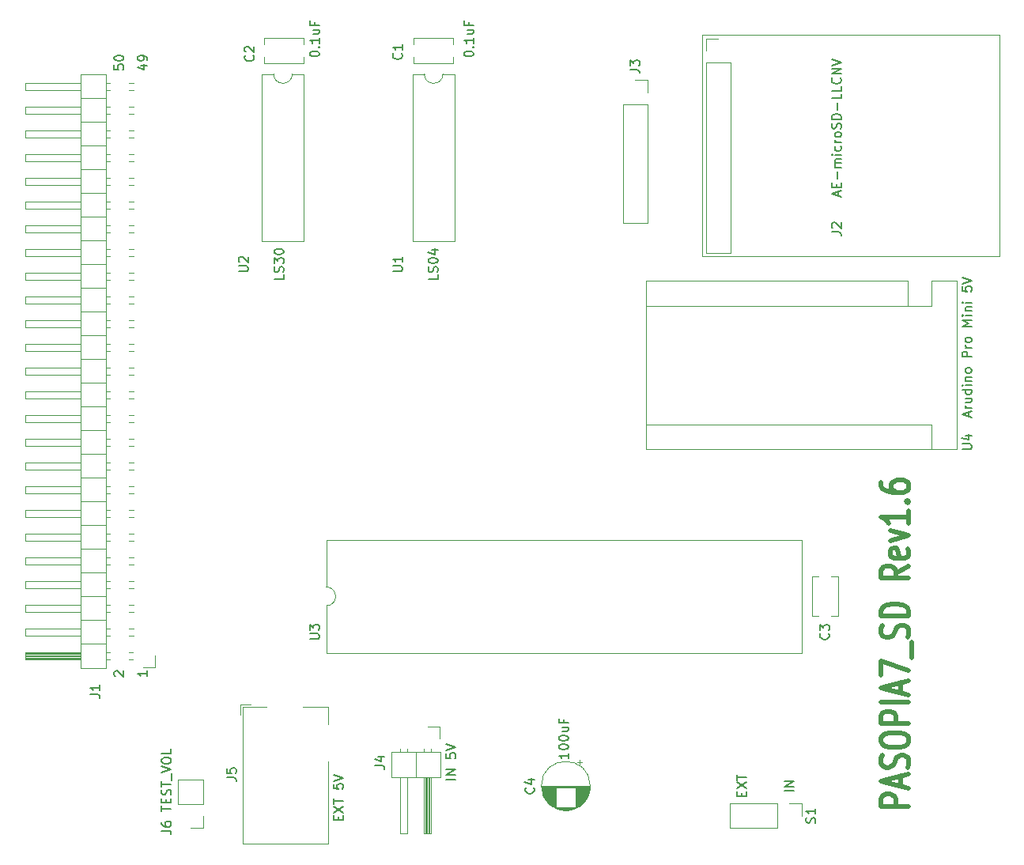
<source format=gto>
G04 #@! TF.GenerationSoftware,KiCad,Pcbnew,(5.1.9)-1*
G04 #@! TF.CreationDate,2025-08-03T17:35:04+09:00*
G04 #@! TF.ProjectId,PASOPIA7_SD,5041534f-5049-4413-975f-53442e6b6963,rev?*
G04 #@! TF.SameCoordinates,PX53920b0PY93c3260*
G04 #@! TF.FileFunction,Legend,Top*
G04 #@! TF.FilePolarity,Positive*
%FSLAX46Y46*%
G04 Gerber Fmt 4.6, Leading zero omitted, Abs format (unit mm)*
G04 Created by KiCad (PCBNEW (5.1.9)-1) date 2025-08-03 17:35:04*
%MOMM*%
%LPD*%
G01*
G04 APERTURE LIST*
%ADD10C,0.150000*%
%ADD11C,0.500000*%
%ADD12C,0.120000*%
G04 APERTURE END LIST*
D10*
X10247380Y3651667D02*
X10247380Y4223096D01*
X11247380Y3937381D02*
X10247380Y3937381D01*
X10723571Y4556429D02*
X10723571Y4889762D01*
X11247380Y5032620D02*
X11247380Y4556429D01*
X10247380Y4556429D01*
X10247380Y5032620D01*
X11199761Y5413572D02*
X11247380Y5556429D01*
X11247380Y5794524D01*
X11199761Y5889762D01*
X11152142Y5937381D01*
X11056904Y5985000D01*
X10961666Y5985000D01*
X10866428Y5937381D01*
X10818809Y5889762D01*
X10771190Y5794524D01*
X10723571Y5604048D01*
X10675952Y5508810D01*
X10628333Y5461191D01*
X10533095Y5413572D01*
X10437857Y5413572D01*
X10342619Y5461191D01*
X10295000Y5508810D01*
X10247380Y5604048D01*
X10247380Y5842143D01*
X10295000Y5985000D01*
X10247380Y6270715D02*
X10247380Y6842143D01*
X11247380Y6556429D02*
X10247380Y6556429D01*
X11342619Y6937381D02*
X11342619Y7699286D01*
X10247380Y7794524D02*
X11247380Y8127858D01*
X10247380Y8461191D01*
X10247380Y8985000D02*
X10247380Y9175477D01*
X10295000Y9270715D01*
X10390238Y9365953D01*
X10580714Y9413572D01*
X10914047Y9413572D01*
X11104523Y9365953D01*
X11199761Y9270715D01*
X11247380Y9175477D01*
X11247380Y8985000D01*
X11199761Y8889762D01*
X11104523Y8794524D01*
X10914047Y8746905D01*
X10580714Y8746905D01*
X10390238Y8794524D01*
X10295000Y8889762D01*
X10247380Y8985000D01*
X11247380Y10318334D02*
X11247380Y9842143D01*
X10247380Y9842143D01*
X8040714Y83534286D02*
X8707380Y83534286D01*
X7659761Y83296191D02*
X8374047Y83058096D01*
X8374047Y83677143D01*
X8707380Y84105715D02*
X8707380Y84296191D01*
X8659761Y84391429D01*
X8612142Y84439048D01*
X8469285Y84534286D01*
X8278809Y84581905D01*
X7897857Y84581905D01*
X7802619Y84534286D01*
X7755000Y84486667D01*
X7707380Y84391429D01*
X7707380Y84200953D01*
X7755000Y84105715D01*
X7802619Y84058096D01*
X7897857Y84010477D01*
X8135952Y84010477D01*
X8231190Y84058096D01*
X8278809Y84105715D01*
X8326428Y84200953D01*
X8326428Y84391429D01*
X8278809Y84486667D01*
X8231190Y84534286D01*
X8135952Y84581905D01*
X5167380Y83581905D02*
X5167380Y83105715D01*
X5643571Y83058096D01*
X5595952Y83105715D01*
X5548333Y83200953D01*
X5548333Y83439048D01*
X5595952Y83534286D01*
X5643571Y83581905D01*
X5738809Y83629524D01*
X5976904Y83629524D01*
X6072142Y83581905D01*
X6119761Y83534286D01*
X6167380Y83439048D01*
X6167380Y83200953D01*
X6119761Y83105715D01*
X6072142Y83058096D01*
X5167380Y84248572D02*
X5167380Y84343810D01*
X5215000Y84439048D01*
X5262619Y84486667D01*
X5357857Y84534286D01*
X5548333Y84581905D01*
X5786428Y84581905D01*
X5976904Y84534286D01*
X6072142Y84486667D01*
X6119761Y84439048D01*
X6167380Y84343810D01*
X6167380Y84248572D01*
X6119761Y84153334D01*
X6072142Y84105715D01*
X5976904Y84058096D01*
X5786428Y84010477D01*
X5548333Y84010477D01*
X5357857Y84058096D01*
X5262619Y84105715D01*
X5215000Y84153334D01*
X5167380Y84248572D01*
X5262619Y18129286D02*
X5215000Y18176905D01*
X5167380Y18272143D01*
X5167380Y18510239D01*
X5215000Y18605477D01*
X5262619Y18653096D01*
X5357857Y18700715D01*
X5453095Y18700715D01*
X5595952Y18653096D01*
X6167380Y18081667D01*
X6167380Y18700715D01*
X8707380Y18700715D02*
X8707380Y18129286D01*
X8707380Y18415000D02*
X7707380Y18415000D01*
X7850238Y18319762D01*
X7945476Y18224524D01*
X7993095Y18129286D01*
X39822380Y61110953D02*
X39822380Y60634762D01*
X38822380Y60634762D01*
X39774761Y61396667D02*
X39822380Y61539524D01*
X39822380Y61777620D01*
X39774761Y61872858D01*
X39727142Y61920477D01*
X39631904Y61968096D01*
X39536666Y61968096D01*
X39441428Y61920477D01*
X39393809Y61872858D01*
X39346190Y61777620D01*
X39298571Y61587143D01*
X39250952Y61491905D01*
X39203333Y61444286D01*
X39108095Y61396667D01*
X39012857Y61396667D01*
X38917619Y61444286D01*
X38870000Y61491905D01*
X38822380Y61587143D01*
X38822380Y61825239D01*
X38870000Y61968096D01*
X38822380Y62587143D02*
X38822380Y62682381D01*
X38870000Y62777620D01*
X38917619Y62825239D01*
X39012857Y62872858D01*
X39203333Y62920477D01*
X39441428Y62920477D01*
X39631904Y62872858D01*
X39727142Y62825239D01*
X39774761Y62777620D01*
X39822380Y62682381D01*
X39822380Y62587143D01*
X39774761Y62491905D01*
X39727142Y62444286D01*
X39631904Y62396667D01*
X39441428Y62349048D01*
X39203333Y62349048D01*
X39012857Y62396667D01*
X38917619Y62444286D01*
X38870000Y62491905D01*
X38822380Y62587143D01*
X39155714Y63777620D02*
X39822380Y63777620D01*
X38774761Y63539524D02*
X39489047Y63301429D01*
X39489047Y63920477D01*
X96686666Y45935239D02*
X96686666Y46411429D01*
X96972380Y45840000D02*
X95972380Y46173334D01*
X96972380Y46506667D01*
X96972380Y46840000D02*
X96305714Y46840000D01*
X96496190Y46840000D02*
X96400952Y46887620D01*
X96353333Y46935239D01*
X96305714Y47030477D01*
X96305714Y47125715D01*
X96305714Y47887620D02*
X96972380Y47887620D01*
X96305714Y47459048D02*
X96829523Y47459048D01*
X96924761Y47506667D01*
X96972380Y47601905D01*
X96972380Y47744762D01*
X96924761Y47840000D01*
X96877142Y47887620D01*
X96972380Y48792381D02*
X95972380Y48792381D01*
X96924761Y48792381D02*
X96972380Y48697143D01*
X96972380Y48506667D01*
X96924761Y48411429D01*
X96877142Y48363810D01*
X96781904Y48316191D01*
X96496190Y48316191D01*
X96400952Y48363810D01*
X96353333Y48411429D01*
X96305714Y48506667D01*
X96305714Y48697143D01*
X96353333Y48792381D01*
X96972380Y49268572D02*
X96305714Y49268572D01*
X95972380Y49268572D02*
X96020000Y49220953D01*
X96067619Y49268572D01*
X96020000Y49316191D01*
X95972380Y49268572D01*
X96067619Y49268572D01*
X96305714Y49744762D02*
X96972380Y49744762D01*
X96400952Y49744762D02*
X96353333Y49792381D01*
X96305714Y49887620D01*
X96305714Y50030477D01*
X96353333Y50125715D01*
X96448571Y50173334D01*
X96972380Y50173334D01*
X96972380Y50792381D02*
X96924761Y50697143D01*
X96877142Y50649524D01*
X96781904Y50601905D01*
X96496190Y50601905D01*
X96400952Y50649524D01*
X96353333Y50697143D01*
X96305714Y50792381D01*
X96305714Y50935239D01*
X96353333Y51030477D01*
X96400952Y51078096D01*
X96496190Y51125715D01*
X96781904Y51125715D01*
X96877142Y51078096D01*
X96924761Y51030477D01*
X96972380Y50935239D01*
X96972380Y50792381D01*
X96972380Y52316191D02*
X95972380Y52316191D01*
X95972380Y52697143D01*
X96020000Y52792381D01*
X96067619Y52840000D01*
X96162857Y52887620D01*
X96305714Y52887620D01*
X96400952Y52840000D01*
X96448571Y52792381D01*
X96496190Y52697143D01*
X96496190Y52316191D01*
X96972380Y53316191D02*
X96305714Y53316191D01*
X96496190Y53316191D02*
X96400952Y53363810D01*
X96353333Y53411429D01*
X96305714Y53506667D01*
X96305714Y53601905D01*
X96972380Y54078096D02*
X96924761Y53982858D01*
X96877142Y53935239D01*
X96781904Y53887620D01*
X96496190Y53887620D01*
X96400952Y53935239D01*
X96353333Y53982858D01*
X96305714Y54078096D01*
X96305714Y54220953D01*
X96353333Y54316191D01*
X96400952Y54363810D01*
X96496190Y54411429D01*
X96781904Y54411429D01*
X96877142Y54363810D01*
X96924761Y54316191D01*
X96972380Y54220953D01*
X96972380Y54078096D01*
X96972380Y55601905D02*
X95972380Y55601905D01*
X96686666Y55935239D01*
X95972380Y56268572D01*
X96972380Y56268572D01*
X96972380Y56744762D02*
X96305714Y56744762D01*
X95972380Y56744762D02*
X96020000Y56697143D01*
X96067619Y56744762D01*
X96020000Y56792381D01*
X95972380Y56744762D01*
X96067619Y56744762D01*
X96305714Y57220953D02*
X96972380Y57220953D01*
X96400952Y57220953D02*
X96353333Y57268572D01*
X96305714Y57363810D01*
X96305714Y57506667D01*
X96353333Y57601905D01*
X96448571Y57649524D01*
X96972380Y57649524D01*
X96972380Y58125715D02*
X96305714Y58125715D01*
X95972380Y58125715D02*
X96020000Y58078096D01*
X96067619Y58125715D01*
X96020000Y58173334D01*
X95972380Y58125715D01*
X96067619Y58125715D01*
X95972380Y59840000D02*
X95972380Y59363810D01*
X96448571Y59316191D01*
X96400952Y59363810D01*
X96353333Y59459048D01*
X96353333Y59697143D01*
X96400952Y59792381D01*
X96448571Y59840000D01*
X96543809Y59887620D01*
X96781904Y59887620D01*
X96877142Y59840000D01*
X96924761Y59792381D01*
X96972380Y59697143D01*
X96972380Y59459048D01*
X96924761Y59363810D01*
X96877142Y59316191D01*
X95972380Y60173334D02*
X96972380Y60506667D01*
X95972380Y60840000D01*
X77922380Y5826191D02*
X76922380Y5826191D01*
X77922380Y6302381D02*
X76922380Y6302381D01*
X77922380Y6873810D01*
X76922380Y6873810D01*
X72318571Y5278572D02*
X72318571Y5611905D01*
X72842380Y5754762D02*
X72842380Y5278572D01*
X71842380Y5278572D01*
X71842380Y5754762D01*
X71842380Y6088096D02*
X72842380Y6754762D01*
X71842380Y6754762D02*
X72842380Y6088096D01*
X71842380Y6992858D02*
X71842380Y7564286D01*
X72842380Y7278572D02*
X71842380Y7278572D01*
X29138571Y2722858D02*
X29138571Y3056191D01*
X29662380Y3199048D02*
X29662380Y2722858D01*
X28662380Y2722858D01*
X28662380Y3199048D01*
X28662380Y3532381D02*
X29662380Y4199048D01*
X28662380Y4199048D02*
X29662380Y3532381D01*
X28662380Y4437143D02*
X28662380Y5008572D01*
X29662380Y4722858D02*
X28662380Y4722858D01*
X28662380Y6580000D02*
X28662380Y6103810D01*
X29138571Y6056191D01*
X29090952Y6103810D01*
X29043333Y6199048D01*
X29043333Y6437143D01*
X29090952Y6532381D01*
X29138571Y6580000D01*
X29233809Y6627620D01*
X29471904Y6627620D01*
X29567142Y6580000D01*
X29614761Y6532381D01*
X29662380Y6437143D01*
X29662380Y6199048D01*
X29614761Y6103810D01*
X29567142Y6056191D01*
X28662380Y6913334D02*
X29662380Y7246667D01*
X28662380Y7580000D01*
X41727380Y7080477D02*
X40727380Y7080477D01*
X41727380Y7556667D02*
X40727380Y7556667D01*
X41727380Y8128096D01*
X40727380Y8128096D01*
X40727380Y9842381D02*
X40727380Y9366191D01*
X41203571Y9318572D01*
X41155952Y9366191D01*
X41108333Y9461429D01*
X41108333Y9699524D01*
X41155952Y9794762D01*
X41203571Y9842381D01*
X41298809Y9890000D01*
X41536904Y9890000D01*
X41632142Y9842381D01*
X41679761Y9794762D01*
X41727380Y9699524D01*
X41727380Y9461429D01*
X41679761Y9366191D01*
X41632142Y9318572D01*
X40727380Y10175715D02*
X41727380Y10509048D01*
X40727380Y10842381D01*
X53792380Y9882381D02*
X53792380Y9310953D01*
X53792380Y9596667D02*
X52792380Y9596667D01*
X52935238Y9501429D01*
X53030476Y9406191D01*
X53078095Y9310953D01*
X52792380Y10501429D02*
X52792380Y10596667D01*
X52840000Y10691905D01*
X52887619Y10739524D01*
X52982857Y10787143D01*
X53173333Y10834762D01*
X53411428Y10834762D01*
X53601904Y10787143D01*
X53697142Y10739524D01*
X53744761Y10691905D01*
X53792380Y10596667D01*
X53792380Y10501429D01*
X53744761Y10406191D01*
X53697142Y10358572D01*
X53601904Y10310953D01*
X53411428Y10263334D01*
X53173333Y10263334D01*
X52982857Y10310953D01*
X52887619Y10358572D01*
X52840000Y10406191D01*
X52792380Y10501429D01*
X52792380Y11453810D02*
X52792380Y11549048D01*
X52840000Y11644286D01*
X52887619Y11691905D01*
X52982857Y11739524D01*
X53173333Y11787143D01*
X53411428Y11787143D01*
X53601904Y11739524D01*
X53697142Y11691905D01*
X53744761Y11644286D01*
X53792380Y11549048D01*
X53792380Y11453810D01*
X53744761Y11358572D01*
X53697142Y11310953D01*
X53601904Y11263334D01*
X53411428Y11215715D01*
X53173333Y11215715D01*
X52982857Y11263334D01*
X52887619Y11310953D01*
X52840000Y11358572D01*
X52792380Y11453810D01*
X53125714Y12644286D02*
X53792380Y12644286D01*
X53125714Y12215715D02*
X53649523Y12215715D01*
X53744761Y12263334D01*
X53792380Y12358572D01*
X53792380Y12501429D01*
X53744761Y12596667D01*
X53697142Y12644286D01*
X53268571Y13453810D02*
X53268571Y13120477D01*
X53792380Y13120477D02*
X52792380Y13120477D01*
X52792380Y13596667D01*
X42632380Y84717143D02*
X42632380Y84812381D01*
X42680000Y84907620D01*
X42727619Y84955239D01*
X42822857Y85002858D01*
X43013333Y85050477D01*
X43251428Y85050477D01*
X43441904Y85002858D01*
X43537142Y84955239D01*
X43584761Y84907620D01*
X43632380Y84812381D01*
X43632380Y84717143D01*
X43584761Y84621905D01*
X43537142Y84574286D01*
X43441904Y84526667D01*
X43251428Y84479048D01*
X43013333Y84479048D01*
X42822857Y84526667D01*
X42727619Y84574286D01*
X42680000Y84621905D01*
X42632380Y84717143D01*
X43537142Y85479048D02*
X43584761Y85526667D01*
X43632380Y85479048D01*
X43584761Y85431429D01*
X43537142Y85479048D01*
X43632380Y85479048D01*
X43632380Y86479048D02*
X43632380Y85907620D01*
X43632380Y86193334D02*
X42632380Y86193334D01*
X42775238Y86098096D01*
X42870476Y86002858D01*
X42918095Y85907620D01*
X42965714Y87336191D02*
X43632380Y87336191D01*
X42965714Y86907620D02*
X43489523Y86907620D01*
X43584761Y86955239D01*
X43632380Y87050477D01*
X43632380Y87193334D01*
X43584761Y87288572D01*
X43537142Y87336191D01*
X43108571Y88145715D02*
X43108571Y87812381D01*
X43632380Y87812381D02*
X42632380Y87812381D01*
X42632380Y88288572D01*
X26122380Y84717143D02*
X26122380Y84812381D01*
X26170000Y84907620D01*
X26217619Y84955239D01*
X26312857Y85002858D01*
X26503333Y85050477D01*
X26741428Y85050477D01*
X26931904Y85002858D01*
X27027142Y84955239D01*
X27074761Y84907620D01*
X27122380Y84812381D01*
X27122380Y84717143D01*
X27074761Y84621905D01*
X27027142Y84574286D01*
X26931904Y84526667D01*
X26741428Y84479048D01*
X26503333Y84479048D01*
X26312857Y84526667D01*
X26217619Y84574286D01*
X26170000Y84621905D01*
X26122380Y84717143D01*
X27027142Y85479048D02*
X27074761Y85526667D01*
X27122380Y85479048D01*
X27074761Y85431429D01*
X27027142Y85479048D01*
X27122380Y85479048D01*
X27122380Y86479048D02*
X27122380Y85907620D01*
X27122380Y86193334D02*
X26122380Y86193334D01*
X26265238Y86098096D01*
X26360476Y86002858D01*
X26408095Y85907620D01*
X26455714Y87336191D02*
X27122380Y87336191D01*
X26455714Y86907620D02*
X26979523Y86907620D01*
X27074761Y86955239D01*
X27122380Y87050477D01*
X27122380Y87193334D01*
X27074761Y87288572D01*
X27027142Y87336191D01*
X26598571Y88145715D02*
X26598571Y87812381D01*
X27122380Y87812381D02*
X26122380Y87812381D01*
X26122380Y88288572D01*
X23312380Y61110953D02*
X23312380Y60634762D01*
X22312380Y60634762D01*
X23264761Y61396667D02*
X23312380Y61539524D01*
X23312380Y61777620D01*
X23264761Y61872858D01*
X23217142Y61920477D01*
X23121904Y61968096D01*
X23026666Y61968096D01*
X22931428Y61920477D01*
X22883809Y61872858D01*
X22836190Y61777620D01*
X22788571Y61587143D01*
X22740952Y61491905D01*
X22693333Y61444286D01*
X22598095Y61396667D01*
X22502857Y61396667D01*
X22407619Y61444286D01*
X22360000Y61491905D01*
X22312380Y61587143D01*
X22312380Y61825239D01*
X22360000Y61968096D01*
X22312380Y62301429D02*
X22312380Y62920477D01*
X22693333Y62587143D01*
X22693333Y62730000D01*
X22740952Y62825239D01*
X22788571Y62872858D01*
X22883809Y62920477D01*
X23121904Y62920477D01*
X23217142Y62872858D01*
X23264761Y62825239D01*
X23312380Y62730000D01*
X23312380Y62444286D01*
X23264761Y62349048D01*
X23217142Y62301429D01*
X22312380Y63539524D02*
X22312380Y63634762D01*
X22360000Y63730000D01*
X22407619Y63777620D01*
X22502857Y63825239D01*
X22693333Y63872858D01*
X22931428Y63872858D01*
X23121904Y63825239D01*
X23217142Y63777620D01*
X23264761Y63730000D01*
X23312380Y63634762D01*
X23312380Y63539524D01*
X23264761Y63444286D01*
X23217142Y63396667D01*
X23121904Y63349048D01*
X22931428Y63301429D01*
X22693333Y63301429D01*
X22502857Y63349048D01*
X22407619Y63396667D01*
X22360000Y63444286D01*
X22312380Y63539524D01*
D11*
X90257142Y4175715D02*
X87257142Y4175715D01*
X87257142Y5051905D01*
X87400000Y5270953D01*
X87542857Y5380477D01*
X87828571Y5490000D01*
X88257142Y5490000D01*
X88542857Y5380477D01*
X88685714Y5270953D01*
X88828571Y5051905D01*
X88828571Y4175715D01*
X89400000Y6366191D02*
X89400000Y7461429D01*
X90257142Y6147143D02*
X87257142Y6913810D01*
X90257142Y7680477D01*
X90114285Y8337620D02*
X90257142Y8666191D01*
X90257142Y9213810D01*
X90114285Y9432858D01*
X89971428Y9542381D01*
X89685714Y9651905D01*
X89400000Y9651905D01*
X89114285Y9542381D01*
X88971428Y9432858D01*
X88828571Y9213810D01*
X88685714Y8775715D01*
X88542857Y8556667D01*
X88400000Y8447143D01*
X88114285Y8337620D01*
X87828571Y8337620D01*
X87542857Y8447143D01*
X87400000Y8556667D01*
X87257142Y8775715D01*
X87257142Y9323334D01*
X87400000Y9651905D01*
X87257142Y11075715D02*
X87257142Y11513810D01*
X87400000Y11732858D01*
X87685714Y11951905D01*
X88257142Y12061429D01*
X89257142Y12061429D01*
X89828571Y11951905D01*
X90114285Y11732858D01*
X90257142Y11513810D01*
X90257142Y11075715D01*
X90114285Y10856667D01*
X89828571Y10637620D01*
X89257142Y10528096D01*
X88257142Y10528096D01*
X87685714Y10637620D01*
X87400000Y10856667D01*
X87257142Y11075715D01*
X90257142Y13047143D02*
X87257142Y13047143D01*
X87257142Y13923334D01*
X87400000Y14142381D01*
X87542857Y14251905D01*
X87828571Y14361429D01*
X88257142Y14361429D01*
X88542857Y14251905D01*
X88685714Y14142381D01*
X88828571Y13923334D01*
X88828571Y13047143D01*
X90257142Y15347143D02*
X87257142Y15347143D01*
X89400000Y16332858D02*
X89400000Y17428096D01*
X90257142Y16113810D02*
X87257142Y16880477D01*
X90257142Y17647143D01*
X87257142Y18194762D02*
X87257142Y19728096D01*
X90257142Y18742381D01*
X90542857Y20056667D02*
X90542857Y21809048D01*
X90114285Y22247143D02*
X90257142Y22575715D01*
X90257142Y23123334D01*
X90114285Y23342381D01*
X89971428Y23451905D01*
X89685714Y23561429D01*
X89400000Y23561429D01*
X89114285Y23451905D01*
X88971428Y23342381D01*
X88828571Y23123334D01*
X88685714Y22685239D01*
X88542857Y22466191D01*
X88400000Y22356667D01*
X88114285Y22247143D01*
X87828571Y22247143D01*
X87542857Y22356667D01*
X87400000Y22466191D01*
X87257142Y22685239D01*
X87257142Y23232858D01*
X87400000Y23561429D01*
X90257142Y24547143D02*
X87257142Y24547143D01*
X87257142Y25094762D01*
X87400000Y25423334D01*
X87685714Y25642381D01*
X87971428Y25751905D01*
X88542857Y25861429D01*
X88971428Y25861429D01*
X89542857Y25751905D01*
X89828571Y25642381D01*
X90114285Y25423334D01*
X90257142Y25094762D01*
X90257142Y24547143D01*
X90257142Y29913810D02*
X88828571Y29147143D01*
X90257142Y28599524D02*
X87257142Y28599524D01*
X87257142Y29475715D01*
X87400000Y29694762D01*
X87542857Y29804286D01*
X87828571Y29913810D01*
X88257142Y29913810D01*
X88542857Y29804286D01*
X88685714Y29694762D01*
X88828571Y29475715D01*
X88828571Y28599524D01*
X90114285Y31775715D02*
X90257142Y31556667D01*
X90257142Y31118572D01*
X90114285Y30899524D01*
X89828571Y30790000D01*
X88685714Y30790000D01*
X88400000Y30899524D01*
X88257142Y31118572D01*
X88257142Y31556667D01*
X88400000Y31775715D01*
X88685714Y31885239D01*
X88971428Y31885239D01*
X89257142Y30790000D01*
X88257142Y32651905D02*
X90257142Y33199524D01*
X88257142Y33747143D01*
X90257142Y35828096D02*
X90257142Y34513810D01*
X90257142Y35170953D02*
X87257142Y35170953D01*
X87685714Y34951905D01*
X87971428Y34732858D01*
X88114285Y34513810D01*
X89971428Y36813810D02*
X90114285Y36923334D01*
X90257142Y36813810D01*
X90114285Y36704286D01*
X89971428Y36813810D01*
X90257142Y36813810D01*
X87257142Y38894762D02*
X87257142Y38456667D01*
X87400000Y38237620D01*
X87542857Y38128096D01*
X87971428Y37909048D01*
X88542857Y37799524D01*
X89685714Y37799524D01*
X89971428Y37909048D01*
X90114285Y38018572D01*
X90257142Y38237620D01*
X90257142Y38675715D01*
X90114285Y38894762D01*
X89971428Y39004286D01*
X89685714Y39113810D01*
X88971428Y39113810D01*
X88685714Y39004286D01*
X88542857Y38894762D01*
X88400000Y38675715D01*
X88400000Y38237620D01*
X88542857Y38018572D01*
X88685714Y37909048D01*
X88971428Y37799524D01*
D12*
X80615000Y24570000D02*
X79910000Y24570000D01*
X82650000Y24570000D02*
X81945000Y24570000D01*
X80615000Y28810000D02*
X79910000Y28810000D01*
X82650000Y28810000D02*
X81945000Y28810000D01*
X79910000Y28810000D02*
X79910000Y24570000D01*
X82650000Y28810000D02*
X82650000Y24570000D01*
X27880000Y32730000D02*
X27880000Y27670000D01*
X78800000Y32730000D02*
X27880000Y32730000D01*
X78800000Y20610000D02*
X78800000Y32730000D01*
X27880000Y20610000D02*
X78800000Y20610000D01*
X27880000Y25670000D02*
X27880000Y20610000D01*
X27880000Y27670000D02*
G75*
G02*
X27880000Y25670000I0J-1000000D01*
G01*
X56141000Y6370000D02*
G75*
G03*
X56141000Y6370000I-2620000J0D01*
G01*
X56101000Y6370000D02*
X50941000Y6370000D01*
X56101000Y6330000D02*
X50941000Y6330000D01*
X56100000Y6290000D02*
X50942000Y6290000D01*
X56099000Y6250000D02*
X50943000Y6250000D01*
X56097000Y6210000D02*
X50945000Y6210000D01*
X56094000Y6170000D02*
X50948000Y6170000D01*
X56090000Y6130000D02*
X54561000Y6130000D01*
X52481000Y6130000D02*
X50952000Y6130000D01*
X56086000Y6090000D02*
X54561000Y6090000D01*
X52481000Y6090000D02*
X50956000Y6090000D01*
X56082000Y6050000D02*
X54561000Y6050000D01*
X52481000Y6050000D02*
X50960000Y6050000D01*
X56077000Y6010000D02*
X54561000Y6010000D01*
X52481000Y6010000D02*
X50965000Y6010000D01*
X56071000Y5970000D02*
X54561000Y5970000D01*
X52481000Y5970000D02*
X50971000Y5970000D01*
X56064000Y5930000D02*
X54561000Y5930000D01*
X52481000Y5930000D02*
X50978000Y5930000D01*
X56057000Y5890000D02*
X54561000Y5890000D01*
X52481000Y5890000D02*
X50985000Y5890000D01*
X56049000Y5850000D02*
X54561000Y5850000D01*
X52481000Y5850000D02*
X50993000Y5850000D01*
X56041000Y5810000D02*
X54561000Y5810000D01*
X52481000Y5810000D02*
X51001000Y5810000D01*
X56032000Y5770000D02*
X54561000Y5770000D01*
X52481000Y5770000D02*
X51010000Y5770000D01*
X56022000Y5730000D02*
X54561000Y5730000D01*
X52481000Y5730000D02*
X51020000Y5730000D01*
X56012000Y5690000D02*
X54561000Y5690000D01*
X52481000Y5690000D02*
X51030000Y5690000D01*
X56001000Y5649000D02*
X54561000Y5649000D01*
X52481000Y5649000D02*
X51041000Y5649000D01*
X55989000Y5609000D02*
X54561000Y5609000D01*
X52481000Y5609000D02*
X51053000Y5609000D01*
X55976000Y5569000D02*
X54561000Y5569000D01*
X52481000Y5569000D02*
X51066000Y5569000D01*
X55963000Y5529000D02*
X54561000Y5529000D01*
X52481000Y5529000D02*
X51079000Y5529000D01*
X55949000Y5489000D02*
X54561000Y5489000D01*
X52481000Y5489000D02*
X51093000Y5489000D01*
X55935000Y5449000D02*
X54561000Y5449000D01*
X52481000Y5449000D02*
X51107000Y5449000D01*
X55919000Y5409000D02*
X54561000Y5409000D01*
X52481000Y5409000D02*
X51123000Y5409000D01*
X55903000Y5369000D02*
X54561000Y5369000D01*
X52481000Y5369000D02*
X51139000Y5369000D01*
X55886000Y5329000D02*
X54561000Y5329000D01*
X52481000Y5329000D02*
X51156000Y5329000D01*
X55869000Y5289000D02*
X54561000Y5289000D01*
X52481000Y5289000D02*
X51173000Y5289000D01*
X55850000Y5249000D02*
X54561000Y5249000D01*
X52481000Y5249000D02*
X51192000Y5249000D01*
X55831000Y5209000D02*
X54561000Y5209000D01*
X52481000Y5209000D02*
X51211000Y5209000D01*
X55811000Y5169000D02*
X54561000Y5169000D01*
X52481000Y5169000D02*
X51231000Y5169000D01*
X55789000Y5129000D02*
X54561000Y5129000D01*
X52481000Y5129000D02*
X51253000Y5129000D01*
X55768000Y5089000D02*
X54561000Y5089000D01*
X52481000Y5089000D02*
X51274000Y5089000D01*
X55745000Y5049000D02*
X54561000Y5049000D01*
X52481000Y5049000D02*
X51297000Y5049000D01*
X55721000Y5009000D02*
X54561000Y5009000D01*
X52481000Y5009000D02*
X51321000Y5009000D01*
X55696000Y4969000D02*
X54561000Y4969000D01*
X52481000Y4969000D02*
X51346000Y4969000D01*
X55670000Y4929000D02*
X54561000Y4929000D01*
X52481000Y4929000D02*
X51372000Y4929000D01*
X55643000Y4889000D02*
X54561000Y4889000D01*
X52481000Y4889000D02*
X51399000Y4889000D01*
X55616000Y4849000D02*
X54561000Y4849000D01*
X52481000Y4849000D02*
X51426000Y4849000D01*
X55586000Y4809000D02*
X54561000Y4809000D01*
X52481000Y4809000D02*
X51456000Y4809000D01*
X55556000Y4769000D02*
X54561000Y4769000D01*
X52481000Y4769000D02*
X51486000Y4769000D01*
X55525000Y4729000D02*
X54561000Y4729000D01*
X52481000Y4729000D02*
X51517000Y4729000D01*
X55492000Y4689000D02*
X54561000Y4689000D01*
X52481000Y4689000D02*
X51550000Y4689000D01*
X55458000Y4649000D02*
X54561000Y4649000D01*
X52481000Y4649000D02*
X51584000Y4649000D01*
X55422000Y4609000D02*
X54561000Y4609000D01*
X52481000Y4609000D02*
X51620000Y4609000D01*
X55385000Y4569000D02*
X54561000Y4569000D01*
X52481000Y4569000D02*
X51657000Y4569000D01*
X55347000Y4529000D02*
X54561000Y4529000D01*
X52481000Y4529000D02*
X51695000Y4529000D01*
X55306000Y4489000D02*
X54561000Y4489000D01*
X52481000Y4489000D02*
X51736000Y4489000D01*
X55264000Y4449000D02*
X54561000Y4449000D01*
X52481000Y4449000D02*
X51778000Y4449000D01*
X55220000Y4409000D02*
X54561000Y4409000D01*
X52481000Y4409000D02*
X51822000Y4409000D01*
X55174000Y4369000D02*
X54561000Y4369000D01*
X52481000Y4369000D02*
X51868000Y4369000D01*
X55126000Y4329000D02*
X54561000Y4329000D01*
X52481000Y4329000D02*
X51916000Y4329000D01*
X55075000Y4289000D02*
X54561000Y4289000D01*
X52481000Y4289000D02*
X51967000Y4289000D01*
X55021000Y4249000D02*
X54561000Y4249000D01*
X52481000Y4249000D02*
X52021000Y4249000D01*
X54964000Y4209000D02*
X54561000Y4209000D01*
X52481000Y4209000D02*
X52078000Y4209000D01*
X54904000Y4169000D02*
X54561000Y4169000D01*
X52481000Y4169000D02*
X52138000Y4169000D01*
X54840000Y4129000D02*
X54561000Y4129000D01*
X52481000Y4129000D02*
X52202000Y4129000D01*
X54772000Y4089000D02*
X54561000Y4089000D01*
X52481000Y4089000D02*
X52270000Y4089000D01*
X54699000Y4049000D02*
X52343000Y4049000D01*
X54619000Y4009000D02*
X52423000Y4009000D01*
X54532000Y3969000D02*
X52510000Y3969000D01*
X54436000Y3929000D02*
X52606000Y3929000D01*
X54326000Y3889000D02*
X52716000Y3889000D01*
X54198000Y3849000D02*
X52844000Y3849000D01*
X54039000Y3809000D02*
X53003000Y3809000D01*
X53805000Y3769000D02*
X53237000Y3769000D01*
X54996000Y9174775D02*
X54996000Y8674775D01*
X55246000Y8924775D02*
X54746000Y8924775D01*
X37230000Y86460000D02*
X41470000Y86460000D01*
X37230000Y83720000D02*
X41470000Y83720000D01*
X37230000Y86460000D02*
X37230000Y85755000D01*
X37230000Y84425000D02*
X37230000Y83720000D01*
X41470000Y86460000D02*
X41470000Y85755000D01*
X41470000Y84425000D02*
X41470000Y83720000D01*
X25468000Y84425000D02*
X25468000Y83720000D01*
X25468000Y86460000D02*
X25468000Y85755000D01*
X21228000Y84425000D02*
X21228000Y83720000D01*
X21228000Y86460000D02*
X21228000Y85755000D01*
X21228000Y83720000D02*
X25468000Y83720000D01*
X21228000Y86460000D02*
X25468000Y86460000D01*
X9525000Y19050000D02*
X8255000Y19050000D01*
X9525000Y20320000D02*
X9525000Y19050000D01*
X7212071Y81660000D02*
X6757929Y81660000D01*
X7212071Y80900000D02*
X6757929Y80900000D01*
X4672071Y81660000D02*
X4275000Y81660000D01*
X4672071Y80900000D02*
X4275000Y80900000D01*
X-4385000Y81660000D02*
X1615000Y81660000D01*
X-4385000Y80900000D02*
X-4385000Y81660000D01*
X1615000Y80900000D02*
X-4385000Y80900000D01*
X4275000Y80010000D02*
X1615000Y80010000D01*
X7212071Y79120000D02*
X6757929Y79120000D01*
X7212071Y78360000D02*
X6757929Y78360000D01*
X4672071Y79120000D02*
X4275000Y79120000D01*
X4672071Y78360000D02*
X4275000Y78360000D01*
X-4385000Y79120000D02*
X1615000Y79120000D01*
X-4385000Y78360000D02*
X-4385000Y79120000D01*
X1615000Y78360000D02*
X-4385000Y78360000D01*
X4275000Y77470000D02*
X1615000Y77470000D01*
X7212071Y76580000D02*
X6757929Y76580000D01*
X7212071Y75820000D02*
X6757929Y75820000D01*
X4672071Y76580000D02*
X4275000Y76580000D01*
X4672071Y75820000D02*
X4275000Y75820000D01*
X-4385000Y76580000D02*
X1615000Y76580000D01*
X-4385000Y75820000D02*
X-4385000Y76580000D01*
X1615000Y75820000D02*
X-4385000Y75820000D01*
X4275000Y74930000D02*
X1615000Y74930000D01*
X7212071Y74040000D02*
X6757929Y74040000D01*
X7212071Y73280000D02*
X6757929Y73280000D01*
X4672071Y74040000D02*
X4275000Y74040000D01*
X4672071Y73280000D02*
X4275000Y73280000D01*
X-4385000Y74040000D02*
X1615000Y74040000D01*
X-4385000Y73280000D02*
X-4385000Y74040000D01*
X1615000Y73280000D02*
X-4385000Y73280000D01*
X4275000Y72390000D02*
X1615000Y72390000D01*
X7212071Y71500000D02*
X6757929Y71500000D01*
X7212071Y70740000D02*
X6757929Y70740000D01*
X4672071Y71500000D02*
X4275000Y71500000D01*
X4672071Y70740000D02*
X4275000Y70740000D01*
X-4385000Y71500000D02*
X1615000Y71500000D01*
X-4385000Y70740000D02*
X-4385000Y71500000D01*
X1615000Y70740000D02*
X-4385000Y70740000D01*
X4275000Y69850000D02*
X1615000Y69850000D01*
X7212071Y68960000D02*
X6757929Y68960000D01*
X7212071Y68200000D02*
X6757929Y68200000D01*
X4672071Y68960000D02*
X4275000Y68960000D01*
X4672071Y68200000D02*
X4275000Y68200000D01*
X-4385000Y68960000D02*
X1615000Y68960000D01*
X-4385000Y68200000D02*
X-4385000Y68960000D01*
X1615000Y68200000D02*
X-4385000Y68200000D01*
X4275000Y67310000D02*
X1615000Y67310000D01*
X7212071Y66420000D02*
X6757929Y66420000D01*
X7212071Y65660000D02*
X6757929Y65660000D01*
X4672071Y66420000D02*
X4275000Y66420000D01*
X4672071Y65660000D02*
X4275000Y65660000D01*
X-4385000Y66420000D02*
X1615000Y66420000D01*
X-4385000Y65660000D02*
X-4385000Y66420000D01*
X1615000Y65660000D02*
X-4385000Y65660000D01*
X4275000Y64770000D02*
X1615000Y64770000D01*
X7212071Y63880000D02*
X6757929Y63880000D01*
X7212071Y63120000D02*
X6757929Y63120000D01*
X4672071Y63880000D02*
X4275000Y63880000D01*
X4672071Y63120000D02*
X4275000Y63120000D01*
X-4385000Y63880000D02*
X1615000Y63880000D01*
X-4385000Y63120000D02*
X-4385000Y63880000D01*
X1615000Y63120000D02*
X-4385000Y63120000D01*
X4275000Y62230000D02*
X1615000Y62230000D01*
X7212071Y61340000D02*
X6757929Y61340000D01*
X7212071Y60580000D02*
X6757929Y60580000D01*
X4672071Y61340000D02*
X4275000Y61340000D01*
X4672071Y60580000D02*
X4275000Y60580000D01*
X-4385000Y61340000D02*
X1615000Y61340000D01*
X-4385000Y60580000D02*
X-4385000Y61340000D01*
X1615000Y60580000D02*
X-4385000Y60580000D01*
X4275000Y59690000D02*
X1615000Y59690000D01*
X7212071Y58800000D02*
X6757929Y58800000D01*
X7212071Y58040000D02*
X6757929Y58040000D01*
X4672071Y58800000D02*
X4275000Y58800000D01*
X4672071Y58040000D02*
X4275000Y58040000D01*
X-4385000Y58800000D02*
X1615000Y58800000D01*
X-4385000Y58040000D02*
X-4385000Y58800000D01*
X1615000Y58040000D02*
X-4385000Y58040000D01*
X4275000Y57150000D02*
X1615000Y57150000D01*
X7212071Y56260000D02*
X6757929Y56260000D01*
X7212071Y55500000D02*
X6757929Y55500000D01*
X4672071Y56260000D02*
X4275000Y56260000D01*
X4672071Y55500000D02*
X4275000Y55500000D01*
X-4385000Y56260000D02*
X1615000Y56260000D01*
X-4385000Y55500000D02*
X-4385000Y56260000D01*
X1615000Y55500000D02*
X-4385000Y55500000D01*
X4275000Y54610000D02*
X1615000Y54610000D01*
X7212071Y53720000D02*
X6757929Y53720000D01*
X7212071Y52960000D02*
X6757929Y52960000D01*
X4672071Y53720000D02*
X4275000Y53720000D01*
X4672071Y52960000D02*
X4275000Y52960000D01*
X-4385000Y53720000D02*
X1615000Y53720000D01*
X-4385000Y52960000D02*
X-4385000Y53720000D01*
X1615000Y52960000D02*
X-4385000Y52960000D01*
X4275000Y52070000D02*
X1615000Y52070000D01*
X7212071Y51180000D02*
X6757929Y51180000D01*
X7212071Y50420000D02*
X6757929Y50420000D01*
X4672071Y51180000D02*
X4275000Y51180000D01*
X4672071Y50420000D02*
X4275000Y50420000D01*
X-4385000Y51180000D02*
X1615000Y51180000D01*
X-4385000Y50420000D02*
X-4385000Y51180000D01*
X1615000Y50420000D02*
X-4385000Y50420000D01*
X4275000Y49530000D02*
X1615000Y49530000D01*
X7212071Y48640000D02*
X6757929Y48640000D01*
X7212071Y47880000D02*
X6757929Y47880000D01*
X4672071Y48640000D02*
X4275000Y48640000D01*
X4672071Y47880000D02*
X4275000Y47880000D01*
X-4385000Y48640000D02*
X1615000Y48640000D01*
X-4385000Y47880000D02*
X-4385000Y48640000D01*
X1615000Y47880000D02*
X-4385000Y47880000D01*
X4275000Y46990000D02*
X1615000Y46990000D01*
X7212071Y46100000D02*
X6757929Y46100000D01*
X7212071Y45340000D02*
X6757929Y45340000D01*
X4672071Y46100000D02*
X4275000Y46100000D01*
X4672071Y45340000D02*
X4275000Y45340000D01*
X-4385000Y46100000D02*
X1615000Y46100000D01*
X-4385000Y45340000D02*
X-4385000Y46100000D01*
X1615000Y45340000D02*
X-4385000Y45340000D01*
X4275000Y44450000D02*
X1615000Y44450000D01*
X7212071Y43560000D02*
X6757929Y43560000D01*
X7212071Y42800000D02*
X6757929Y42800000D01*
X4672071Y43560000D02*
X4275000Y43560000D01*
X4672071Y42800000D02*
X4275000Y42800000D01*
X-4385000Y43560000D02*
X1615000Y43560000D01*
X-4385000Y42800000D02*
X-4385000Y43560000D01*
X1615000Y42800000D02*
X-4385000Y42800000D01*
X4275000Y41910000D02*
X1615000Y41910000D01*
X7212071Y41020000D02*
X6757929Y41020000D01*
X7212071Y40260000D02*
X6757929Y40260000D01*
X4672071Y41020000D02*
X4275000Y41020000D01*
X4672071Y40260000D02*
X4275000Y40260000D01*
X-4385000Y41020000D02*
X1615000Y41020000D01*
X-4385000Y40260000D02*
X-4385000Y41020000D01*
X1615000Y40260000D02*
X-4385000Y40260000D01*
X4275000Y39370000D02*
X1615000Y39370000D01*
X7212071Y38480000D02*
X6757929Y38480000D01*
X7212071Y37720000D02*
X6757929Y37720000D01*
X4672071Y38480000D02*
X4275000Y38480000D01*
X4672071Y37720000D02*
X4275000Y37720000D01*
X-4385000Y38480000D02*
X1615000Y38480000D01*
X-4385000Y37720000D02*
X-4385000Y38480000D01*
X1615000Y37720000D02*
X-4385000Y37720000D01*
X4275000Y36830000D02*
X1615000Y36830000D01*
X7212071Y35940000D02*
X6757929Y35940000D01*
X7212071Y35180000D02*
X6757929Y35180000D01*
X4672071Y35940000D02*
X4275000Y35940000D01*
X4672071Y35180000D02*
X4275000Y35180000D01*
X-4385000Y35940000D02*
X1615000Y35940000D01*
X-4385000Y35180000D02*
X-4385000Y35940000D01*
X1615000Y35180000D02*
X-4385000Y35180000D01*
X4275000Y34290000D02*
X1615000Y34290000D01*
X7212071Y33400000D02*
X6757929Y33400000D01*
X7212071Y32640000D02*
X6757929Y32640000D01*
X4672071Y33400000D02*
X4275000Y33400000D01*
X4672071Y32640000D02*
X4275000Y32640000D01*
X-4385000Y33400000D02*
X1615000Y33400000D01*
X-4385000Y32640000D02*
X-4385000Y33400000D01*
X1615000Y32640000D02*
X-4385000Y32640000D01*
X4275000Y31750000D02*
X1615000Y31750000D01*
X7212071Y30860000D02*
X6757929Y30860000D01*
X7212071Y30100000D02*
X6757929Y30100000D01*
X4672071Y30860000D02*
X4275000Y30860000D01*
X4672071Y30100000D02*
X4275000Y30100000D01*
X-4385000Y30860000D02*
X1615000Y30860000D01*
X-4385000Y30100000D02*
X-4385000Y30860000D01*
X1615000Y30100000D02*
X-4385000Y30100000D01*
X4275000Y29210000D02*
X1615000Y29210000D01*
X7212071Y28320000D02*
X6757929Y28320000D01*
X7212071Y27560000D02*
X6757929Y27560000D01*
X4672071Y28320000D02*
X4275000Y28320000D01*
X4672071Y27560000D02*
X4275000Y27560000D01*
X-4385000Y28320000D02*
X1615000Y28320000D01*
X-4385000Y27560000D02*
X-4385000Y28320000D01*
X1615000Y27560000D02*
X-4385000Y27560000D01*
X4275000Y26670000D02*
X1615000Y26670000D01*
X7212071Y25780000D02*
X6757929Y25780000D01*
X7212071Y25020000D02*
X6757929Y25020000D01*
X4672071Y25780000D02*
X4275000Y25780000D01*
X4672071Y25020000D02*
X4275000Y25020000D01*
X-4385000Y25780000D02*
X1615000Y25780000D01*
X-4385000Y25020000D02*
X-4385000Y25780000D01*
X1615000Y25020000D02*
X-4385000Y25020000D01*
X4275000Y24130000D02*
X1615000Y24130000D01*
X7212071Y23240000D02*
X6757929Y23240000D01*
X7212071Y22480000D02*
X6757929Y22480000D01*
X4672071Y23240000D02*
X4275000Y23240000D01*
X4672071Y22480000D02*
X4275000Y22480000D01*
X-4385000Y23240000D02*
X1615000Y23240000D01*
X-4385000Y22480000D02*
X-4385000Y23240000D01*
X1615000Y22480000D02*
X-4385000Y22480000D01*
X4275000Y21590000D02*
X1615000Y21590000D01*
X7145000Y20700000D02*
X6757929Y20700000D01*
X7145000Y19940000D02*
X6757929Y19940000D01*
X4672071Y20700000D02*
X4275000Y20700000D01*
X4672071Y19940000D02*
X4275000Y19940000D01*
X1615000Y20600000D02*
X-4385000Y20600000D01*
X1615000Y20480000D02*
X-4385000Y20480000D01*
X1615000Y20360000D02*
X-4385000Y20360000D01*
X1615000Y20240000D02*
X-4385000Y20240000D01*
X1615000Y20120000D02*
X-4385000Y20120000D01*
X1615000Y20000000D02*
X-4385000Y20000000D01*
X-4385000Y20700000D02*
X1615000Y20700000D01*
X-4385000Y19940000D02*
X-4385000Y20700000D01*
X1615000Y19940000D02*
X-4385000Y19940000D01*
X1615000Y18990000D02*
X4275000Y18990000D01*
X1615000Y82610000D02*
X1615000Y18990000D01*
X4275000Y82610000D02*
X1615000Y82610000D01*
X4275000Y18990000D02*
X4275000Y82610000D01*
X25491000Y82610000D02*
X24241000Y82610000D01*
X25491000Y64710000D02*
X25491000Y82610000D01*
X20991000Y64710000D02*
X25491000Y64710000D01*
X20991000Y82610000D02*
X20991000Y64710000D01*
X22241000Y82610000D02*
X20991000Y82610000D01*
X24241000Y82610000D02*
G75*
G02*
X22241000Y82610000I-1000000J0D01*
G01*
X68150000Y86770000D02*
X68150000Y63070000D01*
X99950000Y86770000D02*
X68150000Y86770000D01*
X99950000Y63070000D02*
X99950000Y86770000D01*
X68150000Y63070000D02*
X99950000Y63070000D01*
X68520000Y86420000D02*
X69850000Y86420000D01*
X68520000Y85090000D02*
X68520000Y86420000D01*
X68520000Y83820000D02*
X71180000Y83820000D01*
X71180000Y83820000D02*
X71180000Y63440000D01*
X68520000Y83820000D02*
X68520000Y63440000D01*
X68520000Y63440000D02*
X71180000Y63440000D01*
X95377000Y42418000D02*
X95377000Y60452000D01*
X62103000Y42418000D02*
X95377000Y42418000D01*
X90170000Y57785000D02*
X62103000Y57785000D01*
X90170000Y57785000D02*
X90170000Y60452000D01*
X62103000Y60452000D02*
X62103000Y42415000D01*
X92710000Y45085000D02*
X62103000Y45085000D01*
X92710000Y45085000D02*
X92710000Y42415000D01*
X95377000Y60452000D02*
X92710000Y60452000D01*
X90170000Y60452000D02*
X62103000Y60452000D01*
X92710000Y57785000D02*
X92710000Y60452000D01*
X90170000Y57785000D02*
X92710000Y57785000D01*
X60960000Y81975000D02*
X62290000Y81975000D01*
X62290000Y81975000D02*
X62290000Y80645000D01*
X62290000Y79375000D02*
X62290000Y66615000D01*
X59630000Y66615000D02*
X62290000Y66615000D01*
X59630000Y79375000D02*
X59630000Y66615000D01*
X59630000Y79375000D02*
X62290000Y79375000D01*
X40005000Y12700000D02*
X40005000Y11430000D01*
X38735000Y12700000D02*
X40005000Y12700000D01*
X35815000Y10387071D02*
X35815000Y9990000D01*
X36575000Y10387071D02*
X36575000Y9990000D01*
X35815000Y1330000D02*
X35815000Y7330000D01*
X36575000Y1330000D02*
X35815000Y1330000D01*
X36575000Y7330000D02*
X36575000Y1330000D01*
X37465000Y9990000D02*
X37465000Y7330000D01*
X38355000Y10320000D02*
X38355000Y9990000D01*
X39115000Y10320000D02*
X39115000Y9990000D01*
X38455000Y7330000D02*
X38455000Y1330000D01*
X38575000Y7330000D02*
X38575000Y1330000D01*
X38695000Y7330000D02*
X38695000Y1330000D01*
X38815000Y7330000D02*
X38815000Y1330000D01*
X38935000Y7330000D02*
X38935000Y1330000D01*
X39055000Y7330000D02*
X39055000Y1330000D01*
X38355000Y1330000D02*
X38355000Y7330000D01*
X39115000Y1330000D02*
X38355000Y1330000D01*
X39115000Y7330000D02*
X39115000Y1330000D01*
X40065000Y7330000D02*
X40065000Y9990000D01*
X34865000Y7330000D02*
X40065000Y7330000D01*
X34865000Y9990000D02*
X34865000Y7330000D01*
X40065000Y9990000D02*
X34865000Y9990000D01*
X41620000Y82610000D02*
X40370000Y82610000D01*
X41620000Y64710000D02*
X41620000Y82610000D01*
X37120000Y64710000D02*
X41620000Y64710000D01*
X37120000Y82610000D02*
X37120000Y64710000D01*
X38370000Y82610000D02*
X37120000Y82610000D01*
X40370000Y82610000D02*
G75*
G02*
X38370000Y82610000I-1000000J0D01*
G01*
X18895000Y14870000D02*
X21495000Y14870000D01*
X18895000Y170000D02*
X18895000Y14870000D01*
X28095000Y14870000D02*
X28095000Y12970000D01*
X25395000Y14870000D02*
X28095000Y14870000D01*
X28095000Y170000D02*
X18895000Y170000D01*
X28095000Y8970000D02*
X28095000Y170000D01*
X18695000Y14020000D02*
X18695000Y15070000D01*
X19745000Y15070000D02*
X18695000Y15070000D01*
X78800000Y4505000D02*
X78800000Y3175000D01*
X77470000Y4505000D02*
X78800000Y4505000D01*
X76200000Y4505000D02*
X76200000Y1845000D01*
X76200000Y1845000D02*
X71060000Y1845000D01*
X76200000Y4505000D02*
X71060000Y4505000D01*
X71060000Y4505000D02*
X71060000Y1845000D01*
X14665000Y7045000D02*
X12005000Y7045000D01*
X14665000Y4445000D02*
X14665000Y7045000D01*
X12005000Y4445000D02*
X12005000Y7045000D01*
X14665000Y4445000D02*
X12005000Y4445000D01*
X14665000Y3175000D02*
X14665000Y1845000D01*
X14665000Y1845000D02*
X13335000Y1845000D01*
D10*
X81637142Y22693334D02*
X81684761Y22645715D01*
X81732380Y22502858D01*
X81732380Y22407620D01*
X81684761Y22264762D01*
X81589523Y22169524D01*
X81494285Y22121905D01*
X81303809Y22074286D01*
X81160952Y22074286D01*
X80970476Y22121905D01*
X80875238Y22169524D01*
X80780000Y22264762D01*
X80732380Y22407620D01*
X80732380Y22502858D01*
X80780000Y22645715D01*
X80827619Y22693334D01*
X80732380Y23026667D02*
X80732380Y23645715D01*
X81113333Y23312381D01*
X81113333Y23455239D01*
X81160952Y23550477D01*
X81208571Y23598096D01*
X81303809Y23645715D01*
X81541904Y23645715D01*
X81637142Y23598096D01*
X81684761Y23550477D01*
X81732380Y23455239D01*
X81732380Y23169524D01*
X81684761Y23074286D01*
X81637142Y23026667D01*
X26122380Y22098096D02*
X26931904Y22098096D01*
X27027142Y22145715D01*
X27074761Y22193334D01*
X27122380Y22288572D01*
X27122380Y22479048D01*
X27074761Y22574286D01*
X27027142Y22621905D01*
X26931904Y22669524D01*
X26122380Y22669524D01*
X26122380Y23050477D02*
X26122380Y23669524D01*
X26503333Y23336191D01*
X26503333Y23479048D01*
X26550952Y23574286D01*
X26598571Y23621905D01*
X26693809Y23669524D01*
X26931904Y23669524D01*
X27027142Y23621905D01*
X27074761Y23574286D01*
X27122380Y23479048D01*
X27122380Y23193334D01*
X27074761Y23098096D01*
X27027142Y23050477D01*
X50068142Y6183334D02*
X50115761Y6135715D01*
X50163380Y5992858D01*
X50163380Y5897620D01*
X50115761Y5754762D01*
X50020523Y5659524D01*
X49925285Y5611905D01*
X49734809Y5564286D01*
X49591952Y5564286D01*
X49401476Y5611905D01*
X49306238Y5659524D01*
X49211000Y5754762D01*
X49163380Y5897620D01*
X49163380Y5992858D01*
X49211000Y6135715D01*
X49258619Y6183334D01*
X49496714Y7040477D02*
X50163380Y7040477D01*
X49115761Y6802381D02*
X49830047Y6564286D01*
X49830047Y7183334D01*
X35917142Y84818334D02*
X35964761Y84770715D01*
X36012380Y84627858D01*
X36012380Y84532620D01*
X35964761Y84389762D01*
X35869523Y84294524D01*
X35774285Y84246905D01*
X35583809Y84199286D01*
X35440952Y84199286D01*
X35250476Y84246905D01*
X35155238Y84294524D01*
X35060000Y84389762D01*
X35012380Y84532620D01*
X35012380Y84627858D01*
X35060000Y84770715D01*
X35107619Y84818334D01*
X36012380Y85770715D02*
X36012380Y85199286D01*
X36012380Y85485000D02*
X35012380Y85485000D01*
X35155238Y85389762D01*
X35250476Y85294524D01*
X35298095Y85199286D01*
X20042142Y84606334D02*
X20089761Y84558715D01*
X20137380Y84415858D01*
X20137380Y84320620D01*
X20089761Y84177762D01*
X19994523Y84082524D01*
X19899285Y84034905D01*
X19708809Y83987286D01*
X19565952Y83987286D01*
X19375476Y84034905D01*
X19280238Y84082524D01*
X19185000Y84177762D01*
X19137380Y84320620D01*
X19137380Y84415858D01*
X19185000Y84558715D01*
X19232619Y84606334D01*
X19232619Y84987286D02*
X19185000Y85034905D01*
X19137380Y85130143D01*
X19137380Y85368239D01*
X19185000Y85463477D01*
X19232619Y85511096D01*
X19327857Y85558715D01*
X19423095Y85558715D01*
X19565952Y85511096D01*
X20137380Y84939667D01*
X20137380Y85558715D01*
X2627380Y16176667D02*
X3341666Y16176667D01*
X3484523Y16129048D01*
X3579761Y16033810D01*
X3627380Y15890953D01*
X3627380Y15795715D01*
X3627380Y17176667D02*
X3627380Y16605239D01*
X3627380Y16890953D02*
X2627380Y16890953D01*
X2770238Y16795715D01*
X2865476Y16700477D01*
X2913095Y16605239D01*
X18502380Y61468096D02*
X19311904Y61468096D01*
X19407142Y61515715D01*
X19454761Y61563334D01*
X19502380Y61658572D01*
X19502380Y61849048D01*
X19454761Y61944286D01*
X19407142Y61991905D01*
X19311904Y62039524D01*
X18502380Y62039524D01*
X18597619Y62468096D02*
X18550000Y62515715D01*
X18502380Y62610953D01*
X18502380Y62849048D01*
X18550000Y62944286D01*
X18597619Y62991905D01*
X18692857Y63039524D01*
X18788095Y63039524D01*
X18930952Y62991905D01*
X19502380Y62420477D01*
X19502380Y63039524D01*
X82002380Y65706667D02*
X82716666Y65706667D01*
X82859523Y65659048D01*
X82954761Y65563810D01*
X83002380Y65420953D01*
X83002380Y65325715D01*
X82097619Y66135239D02*
X82050000Y66182858D01*
X82002380Y66278096D01*
X82002380Y66516191D01*
X82050000Y66611429D01*
X82097619Y66659048D01*
X82192857Y66706667D01*
X82288095Y66706667D01*
X82430952Y66659048D01*
X83002380Y66087620D01*
X83002380Y66706667D01*
X82716666Y69573096D02*
X82716666Y70049286D01*
X83002380Y69477858D02*
X82002380Y69811191D01*
X83002380Y70144524D01*
X82478571Y70477858D02*
X82478571Y70811191D01*
X83002380Y70954048D02*
X83002380Y70477858D01*
X82002380Y70477858D01*
X82002380Y70954048D01*
X82621428Y71382620D02*
X82621428Y72144524D01*
X83002380Y72620715D02*
X82335714Y72620715D01*
X82430952Y72620715D02*
X82383333Y72668334D01*
X82335714Y72763572D01*
X82335714Y72906429D01*
X82383333Y73001667D01*
X82478571Y73049286D01*
X83002380Y73049286D01*
X82478571Y73049286D02*
X82383333Y73096905D01*
X82335714Y73192143D01*
X82335714Y73335000D01*
X82383333Y73430239D01*
X82478571Y73477858D01*
X83002380Y73477858D01*
X83002380Y73954048D02*
X82335714Y73954048D01*
X82002380Y73954048D02*
X82050000Y73906429D01*
X82097619Y73954048D01*
X82050000Y74001667D01*
X82002380Y73954048D01*
X82097619Y73954048D01*
X82954761Y74858810D02*
X83002380Y74763572D01*
X83002380Y74573096D01*
X82954761Y74477858D01*
X82907142Y74430239D01*
X82811904Y74382620D01*
X82526190Y74382620D01*
X82430952Y74430239D01*
X82383333Y74477858D01*
X82335714Y74573096D01*
X82335714Y74763572D01*
X82383333Y74858810D01*
X83002380Y75287381D02*
X82335714Y75287381D01*
X82526190Y75287381D02*
X82430952Y75335000D01*
X82383333Y75382620D01*
X82335714Y75477858D01*
X82335714Y75573096D01*
X83002380Y76049286D02*
X82954761Y75954048D01*
X82907142Y75906429D01*
X82811904Y75858810D01*
X82526190Y75858810D01*
X82430952Y75906429D01*
X82383333Y75954048D01*
X82335714Y76049286D01*
X82335714Y76192143D01*
X82383333Y76287381D01*
X82430952Y76335000D01*
X82526190Y76382620D01*
X82811904Y76382620D01*
X82907142Y76335000D01*
X82954761Y76287381D01*
X83002380Y76192143D01*
X83002380Y76049286D01*
X82954761Y76763572D02*
X83002380Y76906429D01*
X83002380Y77144524D01*
X82954761Y77239762D01*
X82907142Y77287381D01*
X82811904Y77335000D01*
X82716666Y77335000D01*
X82621428Y77287381D01*
X82573809Y77239762D01*
X82526190Y77144524D01*
X82478571Y76954048D01*
X82430952Y76858810D01*
X82383333Y76811191D01*
X82288095Y76763572D01*
X82192857Y76763572D01*
X82097619Y76811191D01*
X82050000Y76858810D01*
X82002380Y76954048D01*
X82002380Y77192143D01*
X82050000Y77335000D01*
X83002380Y77763572D02*
X82002380Y77763572D01*
X82002380Y78001667D01*
X82050000Y78144524D01*
X82145238Y78239762D01*
X82240476Y78287381D01*
X82430952Y78335000D01*
X82573809Y78335000D01*
X82764285Y78287381D01*
X82859523Y78239762D01*
X82954761Y78144524D01*
X83002380Y78001667D01*
X83002380Y77763572D01*
X82621428Y78763572D02*
X82621428Y79525477D01*
X83002380Y80477858D02*
X83002380Y80001667D01*
X82002380Y80001667D01*
X83002380Y81287381D02*
X83002380Y80811191D01*
X82002380Y80811191D01*
X82907142Y82192143D02*
X82954761Y82144524D01*
X83002380Y82001667D01*
X83002380Y81906429D01*
X82954761Y81763572D01*
X82859523Y81668334D01*
X82764285Y81620715D01*
X82573809Y81573096D01*
X82430952Y81573096D01*
X82240476Y81620715D01*
X82145238Y81668334D01*
X82050000Y81763572D01*
X82002380Y81906429D01*
X82002380Y82001667D01*
X82050000Y82144524D01*
X82097619Y82192143D01*
X83002380Y82620715D02*
X82002380Y82620715D01*
X83002380Y83192143D01*
X82002380Y83192143D01*
X82002380Y83525477D02*
X83002380Y83858810D01*
X82002380Y84192143D01*
X95972380Y42418096D02*
X96781904Y42418096D01*
X96877142Y42465715D01*
X96924761Y42513334D01*
X96972380Y42608572D01*
X96972380Y42799048D01*
X96924761Y42894286D01*
X96877142Y42941905D01*
X96781904Y42989524D01*
X95972380Y42989524D01*
X96305714Y43894286D02*
X96972380Y43894286D01*
X95924761Y43656191D02*
X96639047Y43418096D01*
X96639047Y44037143D01*
X60412380Y83081667D02*
X61126666Y83081667D01*
X61269523Y83034048D01*
X61364761Y82938810D01*
X61412380Y82795953D01*
X61412380Y82700715D01*
X60412380Y83462620D02*
X60412380Y84081667D01*
X60793333Y83748334D01*
X60793333Y83891191D01*
X60840952Y83986429D01*
X60888571Y84034048D01*
X60983809Y84081667D01*
X61221904Y84081667D01*
X61317142Y84034048D01*
X61364761Y83986429D01*
X61412380Y83891191D01*
X61412380Y83605477D01*
X61364761Y83510239D01*
X61317142Y83462620D01*
X33107380Y8556667D02*
X33821666Y8556667D01*
X33964523Y8509048D01*
X34059761Y8413810D01*
X34107380Y8270953D01*
X34107380Y8175715D01*
X33440714Y9461429D02*
X34107380Y9461429D01*
X33059761Y9223334D02*
X33774047Y8985239D01*
X33774047Y9604286D01*
X35012380Y61468096D02*
X35821904Y61468096D01*
X35917142Y61515715D01*
X35964761Y61563334D01*
X36012380Y61658572D01*
X36012380Y61849048D01*
X35964761Y61944286D01*
X35917142Y61991905D01*
X35821904Y62039524D01*
X35012380Y62039524D01*
X36012380Y63039524D02*
X36012380Y62468096D01*
X36012380Y62753810D02*
X35012380Y62753810D01*
X35155238Y62658572D01*
X35250476Y62563334D01*
X35298095Y62468096D01*
X17232380Y7286667D02*
X17946666Y7286667D01*
X18089523Y7239048D01*
X18184761Y7143810D01*
X18232380Y7000953D01*
X18232380Y6905715D01*
X17232380Y8239048D02*
X17232380Y7762858D01*
X17708571Y7715239D01*
X17660952Y7762858D01*
X17613333Y7858096D01*
X17613333Y8096191D01*
X17660952Y8191429D01*
X17708571Y8239048D01*
X17803809Y8286667D01*
X18041904Y8286667D01*
X18137142Y8239048D01*
X18184761Y8191429D01*
X18232380Y8096191D01*
X18232380Y7858096D01*
X18184761Y7762858D01*
X18137142Y7715239D01*
X80204761Y2413096D02*
X80252380Y2555953D01*
X80252380Y2794048D01*
X80204761Y2889286D01*
X80157142Y2936905D01*
X80061904Y2984524D01*
X79966666Y2984524D01*
X79871428Y2936905D01*
X79823809Y2889286D01*
X79776190Y2794048D01*
X79728571Y2603572D01*
X79680952Y2508334D01*
X79633333Y2460715D01*
X79538095Y2413096D01*
X79442857Y2413096D01*
X79347619Y2460715D01*
X79300000Y2508334D01*
X79252380Y2603572D01*
X79252380Y2841667D01*
X79300000Y2984524D01*
X80252380Y3936905D02*
X80252380Y3365477D01*
X80252380Y3651191D02*
X79252380Y3651191D01*
X79395238Y3555953D01*
X79490476Y3460715D01*
X79538095Y3365477D01*
X10247380Y1571667D02*
X10961666Y1571667D01*
X11104523Y1524048D01*
X11199761Y1428810D01*
X11247380Y1285953D01*
X11247380Y1190715D01*
X10247380Y2476429D02*
X10247380Y2285953D01*
X10295000Y2190715D01*
X10342619Y2143096D01*
X10485476Y2047858D01*
X10675952Y2000239D01*
X11056904Y2000239D01*
X11152142Y2047858D01*
X11199761Y2095477D01*
X11247380Y2190715D01*
X11247380Y2381191D01*
X11199761Y2476429D01*
X11152142Y2524048D01*
X11056904Y2571667D01*
X10818809Y2571667D01*
X10723571Y2524048D01*
X10675952Y2476429D01*
X10628333Y2381191D01*
X10628333Y2190715D01*
X10675952Y2095477D01*
X10723571Y2047858D01*
X10818809Y2000239D01*
M02*

</source>
